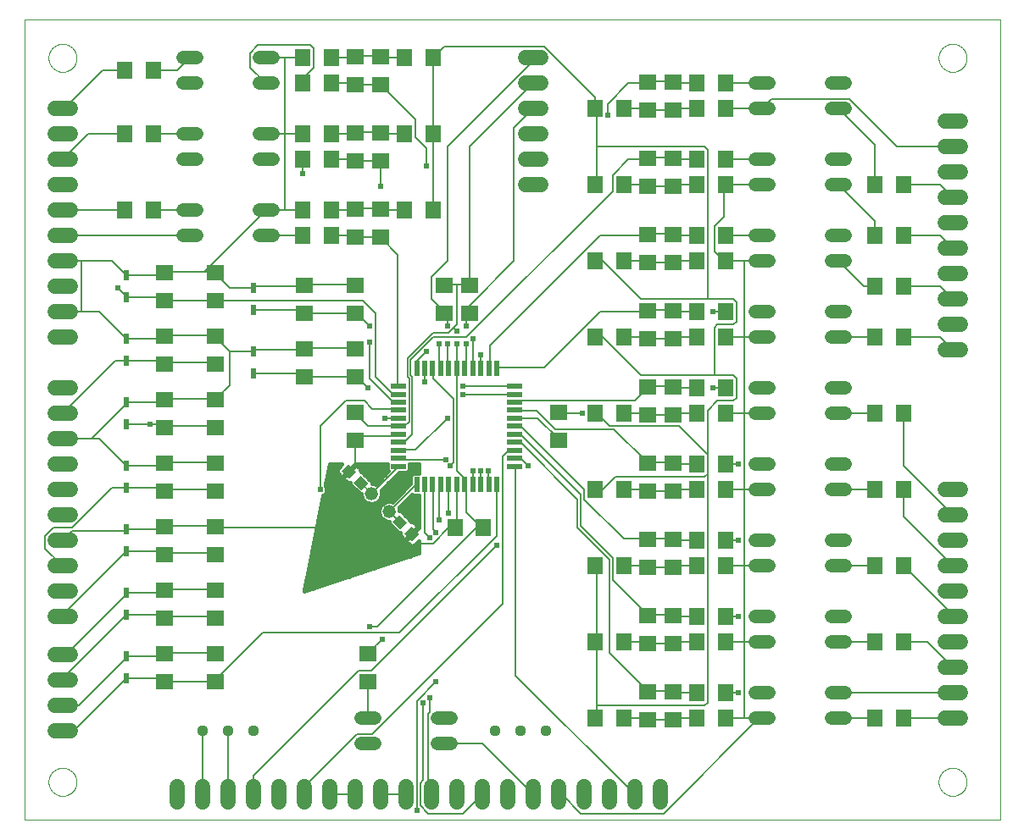
<source format=gtl>
G75*
%MOIN*%
%OFA0B0*%
%FSLAX25Y25*%
%IPPOS*%
%LPD*%
%AMOC8*
5,1,8,0,0,1.08239X$1,22.5*
%
%ADD10C,0.00000*%
%ADD11R,0.05906X0.01969*%
%ADD12R,0.01969X0.05906*%
%ADD13R,0.07087X0.06299*%
%ADD14R,0.06299X0.07087*%
%ADD15R,0.07098X0.06299*%
%ADD16C,0.05200*%
%ADD17R,0.06299X0.07098*%
%ADD18C,0.06000*%
%ADD19C,0.04400*%
%ADD20R,0.02362X0.03937*%
%ADD21C,0.05200*%
%ADD22R,0.04331X0.03937*%
%ADD23C,0.05937*%
%ADD24C,0.00600*%
%ADD25C,0.02400*%
%ADD26C,0.01600*%
D10*
X0008000Y0004500D02*
X0008000Y0319461D01*
X0391701Y0319461D01*
X0391701Y0004500D01*
X0008000Y0004500D01*
X0017488Y0019500D02*
X0017490Y0019648D01*
X0017496Y0019796D01*
X0017506Y0019944D01*
X0017520Y0020091D01*
X0017538Y0020238D01*
X0017559Y0020384D01*
X0017585Y0020530D01*
X0017615Y0020675D01*
X0017648Y0020819D01*
X0017686Y0020962D01*
X0017727Y0021104D01*
X0017772Y0021245D01*
X0017820Y0021385D01*
X0017873Y0021524D01*
X0017929Y0021661D01*
X0017989Y0021796D01*
X0018052Y0021930D01*
X0018119Y0022062D01*
X0018190Y0022192D01*
X0018264Y0022320D01*
X0018341Y0022446D01*
X0018422Y0022570D01*
X0018506Y0022692D01*
X0018593Y0022811D01*
X0018684Y0022928D01*
X0018778Y0023043D01*
X0018874Y0023155D01*
X0018974Y0023265D01*
X0019076Y0023371D01*
X0019182Y0023475D01*
X0019290Y0023576D01*
X0019401Y0023674D01*
X0019514Y0023770D01*
X0019630Y0023862D01*
X0019748Y0023951D01*
X0019869Y0024036D01*
X0019992Y0024119D01*
X0020117Y0024198D01*
X0020244Y0024274D01*
X0020373Y0024346D01*
X0020504Y0024415D01*
X0020637Y0024480D01*
X0020772Y0024541D01*
X0020908Y0024599D01*
X0021045Y0024654D01*
X0021184Y0024704D01*
X0021325Y0024751D01*
X0021466Y0024794D01*
X0021609Y0024834D01*
X0021753Y0024869D01*
X0021897Y0024901D01*
X0022043Y0024928D01*
X0022189Y0024952D01*
X0022336Y0024972D01*
X0022483Y0024988D01*
X0022630Y0025000D01*
X0022778Y0025008D01*
X0022926Y0025012D01*
X0023074Y0025012D01*
X0023222Y0025008D01*
X0023370Y0025000D01*
X0023517Y0024988D01*
X0023664Y0024972D01*
X0023811Y0024952D01*
X0023957Y0024928D01*
X0024103Y0024901D01*
X0024247Y0024869D01*
X0024391Y0024834D01*
X0024534Y0024794D01*
X0024675Y0024751D01*
X0024816Y0024704D01*
X0024955Y0024654D01*
X0025092Y0024599D01*
X0025228Y0024541D01*
X0025363Y0024480D01*
X0025496Y0024415D01*
X0025627Y0024346D01*
X0025756Y0024274D01*
X0025883Y0024198D01*
X0026008Y0024119D01*
X0026131Y0024036D01*
X0026252Y0023951D01*
X0026370Y0023862D01*
X0026486Y0023770D01*
X0026599Y0023674D01*
X0026710Y0023576D01*
X0026818Y0023475D01*
X0026924Y0023371D01*
X0027026Y0023265D01*
X0027126Y0023155D01*
X0027222Y0023043D01*
X0027316Y0022928D01*
X0027407Y0022811D01*
X0027494Y0022692D01*
X0027578Y0022570D01*
X0027659Y0022446D01*
X0027736Y0022320D01*
X0027810Y0022192D01*
X0027881Y0022062D01*
X0027948Y0021930D01*
X0028011Y0021796D01*
X0028071Y0021661D01*
X0028127Y0021524D01*
X0028180Y0021385D01*
X0028228Y0021245D01*
X0028273Y0021104D01*
X0028314Y0020962D01*
X0028352Y0020819D01*
X0028385Y0020675D01*
X0028415Y0020530D01*
X0028441Y0020384D01*
X0028462Y0020238D01*
X0028480Y0020091D01*
X0028494Y0019944D01*
X0028504Y0019796D01*
X0028510Y0019648D01*
X0028512Y0019500D01*
X0028510Y0019352D01*
X0028504Y0019204D01*
X0028494Y0019056D01*
X0028480Y0018909D01*
X0028462Y0018762D01*
X0028441Y0018616D01*
X0028415Y0018470D01*
X0028385Y0018325D01*
X0028352Y0018181D01*
X0028314Y0018038D01*
X0028273Y0017896D01*
X0028228Y0017755D01*
X0028180Y0017615D01*
X0028127Y0017476D01*
X0028071Y0017339D01*
X0028011Y0017204D01*
X0027948Y0017070D01*
X0027881Y0016938D01*
X0027810Y0016808D01*
X0027736Y0016680D01*
X0027659Y0016554D01*
X0027578Y0016430D01*
X0027494Y0016308D01*
X0027407Y0016189D01*
X0027316Y0016072D01*
X0027222Y0015957D01*
X0027126Y0015845D01*
X0027026Y0015735D01*
X0026924Y0015629D01*
X0026818Y0015525D01*
X0026710Y0015424D01*
X0026599Y0015326D01*
X0026486Y0015230D01*
X0026370Y0015138D01*
X0026252Y0015049D01*
X0026131Y0014964D01*
X0026008Y0014881D01*
X0025883Y0014802D01*
X0025756Y0014726D01*
X0025627Y0014654D01*
X0025496Y0014585D01*
X0025363Y0014520D01*
X0025228Y0014459D01*
X0025092Y0014401D01*
X0024955Y0014346D01*
X0024816Y0014296D01*
X0024675Y0014249D01*
X0024534Y0014206D01*
X0024391Y0014166D01*
X0024247Y0014131D01*
X0024103Y0014099D01*
X0023957Y0014072D01*
X0023811Y0014048D01*
X0023664Y0014028D01*
X0023517Y0014012D01*
X0023370Y0014000D01*
X0023222Y0013992D01*
X0023074Y0013988D01*
X0022926Y0013988D01*
X0022778Y0013992D01*
X0022630Y0014000D01*
X0022483Y0014012D01*
X0022336Y0014028D01*
X0022189Y0014048D01*
X0022043Y0014072D01*
X0021897Y0014099D01*
X0021753Y0014131D01*
X0021609Y0014166D01*
X0021466Y0014206D01*
X0021325Y0014249D01*
X0021184Y0014296D01*
X0021045Y0014346D01*
X0020908Y0014401D01*
X0020772Y0014459D01*
X0020637Y0014520D01*
X0020504Y0014585D01*
X0020373Y0014654D01*
X0020244Y0014726D01*
X0020117Y0014802D01*
X0019992Y0014881D01*
X0019869Y0014964D01*
X0019748Y0015049D01*
X0019630Y0015138D01*
X0019514Y0015230D01*
X0019401Y0015326D01*
X0019290Y0015424D01*
X0019182Y0015525D01*
X0019076Y0015629D01*
X0018974Y0015735D01*
X0018874Y0015845D01*
X0018778Y0015957D01*
X0018684Y0016072D01*
X0018593Y0016189D01*
X0018506Y0016308D01*
X0018422Y0016430D01*
X0018341Y0016554D01*
X0018264Y0016680D01*
X0018190Y0016808D01*
X0018119Y0016938D01*
X0018052Y0017070D01*
X0017989Y0017204D01*
X0017929Y0017339D01*
X0017873Y0017476D01*
X0017820Y0017615D01*
X0017772Y0017755D01*
X0017727Y0017896D01*
X0017686Y0018038D01*
X0017648Y0018181D01*
X0017615Y0018325D01*
X0017585Y0018470D01*
X0017559Y0018616D01*
X0017538Y0018762D01*
X0017520Y0018909D01*
X0017506Y0019056D01*
X0017496Y0019204D01*
X0017490Y0019352D01*
X0017488Y0019500D01*
X0017488Y0304500D02*
X0017490Y0304648D01*
X0017496Y0304796D01*
X0017506Y0304944D01*
X0017520Y0305091D01*
X0017538Y0305238D01*
X0017559Y0305384D01*
X0017585Y0305530D01*
X0017615Y0305675D01*
X0017648Y0305819D01*
X0017686Y0305962D01*
X0017727Y0306104D01*
X0017772Y0306245D01*
X0017820Y0306385D01*
X0017873Y0306524D01*
X0017929Y0306661D01*
X0017989Y0306796D01*
X0018052Y0306930D01*
X0018119Y0307062D01*
X0018190Y0307192D01*
X0018264Y0307320D01*
X0018341Y0307446D01*
X0018422Y0307570D01*
X0018506Y0307692D01*
X0018593Y0307811D01*
X0018684Y0307928D01*
X0018778Y0308043D01*
X0018874Y0308155D01*
X0018974Y0308265D01*
X0019076Y0308371D01*
X0019182Y0308475D01*
X0019290Y0308576D01*
X0019401Y0308674D01*
X0019514Y0308770D01*
X0019630Y0308862D01*
X0019748Y0308951D01*
X0019869Y0309036D01*
X0019992Y0309119D01*
X0020117Y0309198D01*
X0020244Y0309274D01*
X0020373Y0309346D01*
X0020504Y0309415D01*
X0020637Y0309480D01*
X0020772Y0309541D01*
X0020908Y0309599D01*
X0021045Y0309654D01*
X0021184Y0309704D01*
X0021325Y0309751D01*
X0021466Y0309794D01*
X0021609Y0309834D01*
X0021753Y0309869D01*
X0021897Y0309901D01*
X0022043Y0309928D01*
X0022189Y0309952D01*
X0022336Y0309972D01*
X0022483Y0309988D01*
X0022630Y0310000D01*
X0022778Y0310008D01*
X0022926Y0310012D01*
X0023074Y0310012D01*
X0023222Y0310008D01*
X0023370Y0310000D01*
X0023517Y0309988D01*
X0023664Y0309972D01*
X0023811Y0309952D01*
X0023957Y0309928D01*
X0024103Y0309901D01*
X0024247Y0309869D01*
X0024391Y0309834D01*
X0024534Y0309794D01*
X0024675Y0309751D01*
X0024816Y0309704D01*
X0024955Y0309654D01*
X0025092Y0309599D01*
X0025228Y0309541D01*
X0025363Y0309480D01*
X0025496Y0309415D01*
X0025627Y0309346D01*
X0025756Y0309274D01*
X0025883Y0309198D01*
X0026008Y0309119D01*
X0026131Y0309036D01*
X0026252Y0308951D01*
X0026370Y0308862D01*
X0026486Y0308770D01*
X0026599Y0308674D01*
X0026710Y0308576D01*
X0026818Y0308475D01*
X0026924Y0308371D01*
X0027026Y0308265D01*
X0027126Y0308155D01*
X0027222Y0308043D01*
X0027316Y0307928D01*
X0027407Y0307811D01*
X0027494Y0307692D01*
X0027578Y0307570D01*
X0027659Y0307446D01*
X0027736Y0307320D01*
X0027810Y0307192D01*
X0027881Y0307062D01*
X0027948Y0306930D01*
X0028011Y0306796D01*
X0028071Y0306661D01*
X0028127Y0306524D01*
X0028180Y0306385D01*
X0028228Y0306245D01*
X0028273Y0306104D01*
X0028314Y0305962D01*
X0028352Y0305819D01*
X0028385Y0305675D01*
X0028415Y0305530D01*
X0028441Y0305384D01*
X0028462Y0305238D01*
X0028480Y0305091D01*
X0028494Y0304944D01*
X0028504Y0304796D01*
X0028510Y0304648D01*
X0028512Y0304500D01*
X0028510Y0304352D01*
X0028504Y0304204D01*
X0028494Y0304056D01*
X0028480Y0303909D01*
X0028462Y0303762D01*
X0028441Y0303616D01*
X0028415Y0303470D01*
X0028385Y0303325D01*
X0028352Y0303181D01*
X0028314Y0303038D01*
X0028273Y0302896D01*
X0028228Y0302755D01*
X0028180Y0302615D01*
X0028127Y0302476D01*
X0028071Y0302339D01*
X0028011Y0302204D01*
X0027948Y0302070D01*
X0027881Y0301938D01*
X0027810Y0301808D01*
X0027736Y0301680D01*
X0027659Y0301554D01*
X0027578Y0301430D01*
X0027494Y0301308D01*
X0027407Y0301189D01*
X0027316Y0301072D01*
X0027222Y0300957D01*
X0027126Y0300845D01*
X0027026Y0300735D01*
X0026924Y0300629D01*
X0026818Y0300525D01*
X0026710Y0300424D01*
X0026599Y0300326D01*
X0026486Y0300230D01*
X0026370Y0300138D01*
X0026252Y0300049D01*
X0026131Y0299964D01*
X0026008Y0299881D01*
X0025883Y0299802D01*
X0025756Y0299726D01*
X0025627Y0299654D01*
X0025496Y0299585D01*
X0025363Y0299520D01*
X0025228Y0299459D01*
X0025092Y0299401D01*
X0024955Y0299346D01*
X0024816Y0299296D01*
X0024675Y0299249D01*
X0024534Y0299206D01*
X0024391Y0299166D01*
X0024247Y0299131D01*
X0024103Y0299099D01*
X0023957Y0299072D01*
X0023811Y0299048D01*
X0023664Y0299028D01*
X0023517Y0299012D01*
X0023370Y0299000D01*
X0023222Y0298992D01*
X0023074Y0298988D01*
X0022926Y0298988D01*
X0022778Y0298992D01*
X0022630Y0299000D01*
X0022483Y0299012D01*
X0022336Y0299028D01*
X0022189Y0299048D01*
X0022043Y0299072D01*
X0021897Y0299099D01*
X0021753Y0299131D01*
X0021609Y0299166D01*
X0021466Y0299206D01*
X0021325Y0299249D01*
X0021184Y0299296D01*
X0021045Y0299346D01*
X0020908Y0299401D01*
X0020772Y0299459D01*
X0020637Y0299520D01*
X0020504Y0299585D01*
X0020373Y0299654D01*
X0020244Y0299726D01*
X0020117Y0299802D01*
X0019992Y0299881D01*
X0019869Y0299964D01*
X0019748Y0300049D01*
X0019630Y0300138D01*
X0019514Y0300230D01*
X0019401Y0300326D01*
X0019290Y0300424D01*
X0019182Y0300525D01*
X0019076Y0300629D01*
X0018974Y0300735D01*
X0018874Y0300845D01*
X0018778Y0300957D01*
X0018684Y0301072D01*
X0018593Y0301189D01*
X0018506Y0301308D01*
X0018422Y0301430D01*
X0018341Y0301554D01*
X0018264Y0301680D01*
X0018190Y0301808D01*
X0018119Y0301938D01*
X0018052Y0302070D01*
X0017989Y0302204D01*
X0017929Y0302339D01*
X0017873Y0302476D01*
X0017820Y0302615D01*
X0017772Y0302755D01*
X0017727Y0302896D01*
X0017686Y0303038D01*
X0017648Y0303181D01*
X0017615Y0303325D01*
X0017585Y0303470D01*
X0017559Y0303616D01*
X0017538Y0303762D01*
X0017520Y0303909D01*
X0017506Y0304056D01*
X0017496Y0304204D01*
X0017490Y0304352D01*
X0017488Y0304500D01*
X0367488Y0304500D02*
X0367490Y0304648D01*
X0367496Y0304796D01*
X0367506Y0304944D01*
X0367520Y0305091D01*
X0367538Y0305238D01*
X0367559Y0305384D01*
X0367585Y0305530D01*
X0367615Y0305675D01*
X0367648Y0305819D01*
X0367686Y0305962D01*
X0367727Y0306104D01*
X0367772Y0306245D01*
X0367820Y0306385D01*
X0367873Y0306524D01*
X0367929Y0306661D01*
X0367989Y0306796D01*
X0368052Y0306930D01*
X0368119Y0307062D01*
X0368190Y0307192D01*
X0368264Y0307320D01*
X0368341Y0307446D01*
X0368422Y0307570D01*
X0368506Y0307692D01*
X0368593Y0307811D01*
X0368684Y0307928D01*
X0368778Y0308043D01*
X0368874Y0308155D01*
X0368974Y0308265D01*
X0369076Y0308371D01*
X0369182Y0308475D01*
X0369290Y0308576D01*
X0369401Y0308674D01*
X0369514Y0308770D01*
X0369630Y0308862D01*
X0369748Y0308951D01*
X0369869Y0309036D01*
X0369992Y0309119D01*
X0370117Y0309198D01*
X0370244Y0309274D01*
X0370373Y0309346D01*
X0370504Y0309415D01*
X0370637Y0309480D01*
X0370772Y0309541D01*
X0370908Y0309599D01*
X0371045Y0309654D01*
X0371184Y0309704D01*
X0371325Y0309751D01*
X0371466Y0309794D01*
X0371609Y0309834D01*
X0371753Y0309869D01*
X0371897Y0309901D01*
X0372043Y0309928D01*
X0372189Y0309952D01*
X0372336Y0309972D01*
X0372483Y0309988D01*
X0372630Y0310000D01*
X0372778Y0310008D01*
X0372926Y0310012D01*
X0373074Y0310012D01*
X0373222Y0310008D01*
X0373370Y0310000D01*
X0373517Y0309988D01*
X0373664Y0309972D01*
X0373811Y0309952D01*
X0373957Y0309928D01*
X0374103Y0309901D01*
X0374247Y0309869D01*
X0374391Y0309834D01*
X0374534Y0309794D01*
X0374675Y0309751D01*
X0374816Y0309704D01*
X0374955Y0309654D01*
X0375092Y0309599D01*
X0375228Y0309541D01*
X0375363Y0309480D01*
X0375496Y0309415D01*
X0375627Y0309346D01*
X0375756Y0309274D01*
X0375883Y0309198D01*
X0376008Y0309119D01*
X0376131Y0309036D01*
X0376252Y0308951D01*
X0376370Y0308862D01*
X0376486Y0308770D01*
X0376599Y0308674D01*
X0376710Y0308576D01*
X0376818Y0308475D01*
X0376924Y0308371D01*
X0377026Y0308265D01*
X0377126Y0308155D01*
X0377222Y0308043D01*
X0377316Y0307928D01*
X0377407Y0307811D01*
X0377494Y0307692D01*
X0377578Y0307570D01*
X0377659Y0307446D01*
X0377736Y0307320D01*
X0377810Y0307192D01*
X0377881Y0307062D01*
X0377948Y0306930D01*
X0378011Y0306796D01*
X0378071Y0306661D01*
X0378127Y0306524D01*
X0378180Y0306385D01*
X0378228Y0306245D01*
X0378273Y0306104D01*
X0378314Y0305962D01*
X0378352Y0305819D01*
X0378385Y0305675D01*
X0378415Y0305530D01*
X0378441Y0305384D01*
X0378462Y0305238D01*
X0378480Y0305091D01*
X0378494Y0304944D01*
X0378504Y0304796D01*
X0378510Y0304648D01*
X0378512Y0304500D01*
X0378510Y0304352D01*
X0378504Y0304204D01*
X0378494Y0304056D01*
X0378480Y0303909D01*
X0378462Y0303762D01*
X0378441Y0303616D01*
X0378415Y0303470D01*
X0378385Y0303325D01*
X0378352Y0303181D01*
X0378314Y0303038D01*
X0378273Y0302896D01*
X0378228Y0302755D01*
X0378180Y0302615D01*
X0378127Y0302476D01*
X0378071Y0302339D01*
X0378011Y0302204D01*
X0377948Y0302070D01*
X0377881Y0301938D01*
X0377810Y0301808D01*
X0377736Y0301680D01*
X0377659Y0301554D01*
X0377578Y0301430D01*
X0377494Y0301308D01*
X0377407Y0301189D01*
X0377316Y0301072D01*
X0377222Y0300957D01*
X0377126Y0300845D01*
X0377026Y0300735D01*
X0376924Y0300629D01*
X0376818Y0300525D01*
X0376710Y0300424D01*
X0376599Y0300326D01*
X0376486Y0300230D01*
X0376370Y0300138D01*
X0376252Y0300049D01*
X0376131Y0299964D01*
X0376008Y0299881D01*
X0375883Y0299802D01*
X0375756Y0299726D01*
X0375627Y0299654D01*
X0375496Y0299585D01*
X0375363Y0299520D01*
X0375228Y0299459D01*
X0375092Y0299401D01*
X0374955Y0299346D01*
X0374816Y0299296D01*
X0374675Y0299249D01*
X0374534Y0299206D01*
X0374391Y0299166D01*
X0374247Y0299131D01*
X0374103Y0299099D01*
X0373957Y0299072D01*
X0373811Y0299048D01*
X0373664Y0299028D01*
X0373517Y0299012D01*
X0373370Y0299000D01*
X0373222Y0298992D01*
X0373074Y0298988D01*
X0372926Y0298988D01*
X0372778Y0298992D01*
X0372630Y0299000D01*
X0372483Y0299012D01*
X0372336Y0299028D01*
X0372189Y0299048D01*
X0372043Y0299072D01*
X0371897Y0299099D01*
X0371753Y0299131D01*
X0371609Y0299166D01*
X0371466Y0299206D01*
X0371325Y0299249D01*
X0371184Y0299296D01*
X0371045Y0299346D01*
X0370908Y0299401D01*
X0370772Y0299459D01*
X0370637Y0299520D01*
X0370504Y0299585D01*
X0370373Y0299654D01*
X0370244Y0299726D01*
X0370117Y0299802D01*
X0369992Y0299881D01*
X0369869Y0299964D01*
X0369748Y0300049D01*
X0369630Y0300138D01*
X0369514Y0300230D01*
X0369401Y0300326D01*
X0369290Y0300424D01*
X0369182Y0300525D01*
X0369076Y0300629D01*
X0368974Y0300735D01*
X0368874Y0300845D01*
X0368778Y0300957D01*
X0368684Y0301072D01*
X0368593Y0301189D01*
X0368506Y0301308D01*
X0368422Y0301430D01*
X0368341Y0301554D01*
X0368264Y0301680D01*
X0368190Y0301808D01*
X0368119Y0301938D01*
X0368052Y0302070D01*
X0367989Y0302204D01*
X0367929Y0302339D01*
X0367873Y0302476D01*
X0367820Y0302615D01*
X0367772Y0302755D01*
X0367727Y0302896D01*
X0367686Y0303038D01*
X0367648Y0303181D01*
X0367615Y0303325D01*
X0367585Y0303470D01*
X0367559Y0303616D01*
X0367538Y0303762D01*
X0367520Y0303909D01*
X0367506Y0304056D01*
X0367496Y0304204D01*
X0367490Y0304352D01*
X0367488Y0304500D01*
X0367488Y0019500D02*
X0367490Y0019648D01*
X0367496Y0019796D01*
X0367506Y0019944D01*
X0367520Y0020091D01*
X0367538Y0020238D01*
X0367559Y0020384D01*
X0367585Y0020530D01*
X0367615Y0020675D01*
X0367648Y0020819D01*
X0367686Y0020962D01*
X0367727Y0021104D01*
X0367772Y0021245D01*
X0367820Y0021385D01*
X0367873Y0021524D01*
X0367929Y0021661D01*
X0367989Y0021796D01*
X0368052Y0021930D01*
X0368119Y0022062D01*
X0368190Y0022192D01*
X0368264Y0022320D01*
X0368341Y0022446D01*
X0368422Y0022570D01*
X0368506Y0022692D01*
X0368593Y0022811D01*
X0368684Y0022928D01*
X0368778Y0023043D01*
X0368874Y0023155D01*
X0368974Y0023265D01*
X0369076Y0023371D01*
X0369182Y0023475D01*
X0369290Y0023576D01*
X0369401Y0023674D01*
X0369514Y0023770D01*
X0369630Y0023862D01*
X0369748Y0023951D01*
X0369869Y0024036D01*
X0369992Y0024119D01*
X0370117Y0024198D01*
X0370244Y0024274D01*
X0370373Y0024346D01*
X0370504Y0024415D01*
X0370637Y0024480D01*
X0370772Y0024541D01*
X0370908Y0024599D01*
X0371045Y0024654D01*
X0371184Y0024704D01*
X0371325Y0024751D01*
X0371466Y0024794D01*
X0371609Y0024834D01*
X0371753Y0024869D01*
X0371897Y0024901D01*
X0372043Y0024928D01*
X0372189Y0024952D01*
X0372336Y0024972D01*
X0372483Y0024988D01*
X0372630Y0025000D01*
X0372778Y0025008D01*
X0372926Y0025012D01*
X0373074Y0025012D01*
X0373222Y0025008D01*
X0373370Y0025000D01*
X0373517Y0024988D01*
X0373664Y0024972D01*
X0373811Y0024952D01*
X0373957Y0024928D01*
X0374103Y0024901D01*
X0374247Y0024869D01*
X0374391Y0024834D01*
X0374534Y0024794D01*
X0374675Y0024751D01*
X0374816Y0024704D01*
X0374955Y0024654D01*
X0375092Y0024599D01*
X0375228Y0024541D01*
X0375363Y0024480D01*
X0375496Y0024415D01*
X0375627Y0024346D01*
X0375756Y0024274D01*
X0375883Y0024198D01*
X0376008Y0024119D01*
X0376131Y0024036D01*
X0376252Y0023951D01*
X0376370Y0023862D01*
X0376486Y0023770D01*
X0376599Y0023674D01*
X0376710Y0023576D01*
X0376818Y0023475D01*
X0376924Y0023371D01*
X0377026Y0023265D01*
X0377126Y0023155D01*
X0377222Y0023043D01*
X0377316Y0022928D01*
X0377407Y0022811D01*
X0377494Y0022692D01*
X0377578Y0022570D01*
X0377659Y0022446D01*
X0377736Y0022320D01*
X0377810Y0022192D01*
X0377881Y0022062D01*
X0377948Y0021930D01*
X0378011Y0021796D01*
X0378071Y0021661D01*
X0378127Y0021524D01*
X0378180Y0021385D01*
X0378228Y0021245D01*
X0378273Y0021104D01*
X0378314Y0020962D01*
X0378352Y0020819D01*
X0378385Y0020675D01*
X0378415Y0020530D01*
X0378441Y0020384D01*
X0378462Y0020238D01*
X0378480Y0020091D01*
X0378494Y0019944D01*
X0378504Y0019796D01*
X0378510Y0019648D01*
X0378512Y0019500D01*
X0378510Y0019352D01*
X0378504Y0019204D01*
X0378494Y0019056D01*
X0378480Y0018909D01*
X0378462Y0018762D01*
X0378441Y0018616D01*
X0378415Y0018470D01*
X0378385Y0018325D01*
X0378352Y0018181D01*
X0378314Y0018038D01*
X0378273Y0017896D01*
X0378228Y0017755D01*
X0378180Y0017615D01*
X0378127Y0017476D01*
X0378071Y0017339D01*
X0378011Y0017204D01*
X0377948Y0017070D01*
X0377881Y0016938D01*
X0377810Y0016808D01*
X0377736Y0016680D01*
X0377659Y0016554D01*
X0377578Y0016430D01*
X0377494Y0016308D01*
X0377407Y0016189D01*
X0377316Y0016072D01*
X0377222Y0015957D01*
X0377126Y0015845D01*
X0377026Y0015735D01*
X0376924Y0015629D01*
X0376818Y0015525D01*
X0376710Y0015424D01*
X0376599Y0015326D01*
X0376486Y0015230D01*
X0376370Y0015138D01*
X0376252Y0015049D01*
X0376131Y0014964D01*
X0376008Y0014881D01*
X0375883Y0014802D01*
X0375756Y0014726D01*
X0375627Y0014654D01*
X0375496Y0014585D01*
X0375363Y0014520D01*
X0375228Y0014459D01*
X0375092Y0014401D01*
X0374955Y0014346D01*
X0374816Y0014296D01*
X0374675Y0014249D01*
X0374534Y0014206D01*
X0374391Y0014166D01*
X0374247Y0014131D01*
X0374103Y0014099D01*
X0373957Y0014072D01*
X0373811Y0014048D01*
X0373664Y0014028D01*
X0373517Y0014012D01*
X0373370Y0014000D01*
X0373222Y0013992D01*
X0373074Y0013988D01*
X0372926Y0013988D01*
X0372778Y0013992D01*
X0372630Y0014000D01*
X0372483Y0014012D01*
X0372336Y0014028D01*
X0372189Y0014048D01*
X0372043Y0014072D01*
X0371897Y0014099D01*
X0371753Y0014131D01*
X0371609Y0014166D01*
X0371466Y0014206D01*
X0371325Y0014249D01*
X0371184Y0014296D01*
X0371045Y0014346D01*
X0370908Y0014401D01*
X0370772Y0014459D01*
X0370637Y0014520D01*
X0370504Y0014585D01*
X0370373Y0014654D01*
X0370244Y0014726D01*
X0370117Y0014802D01*
X0369992Y0014881D01*
X0369869Y0014964D01*
X0369748Y0015049D01*
X0369630Y0015138D01*
X0369514Y0015230D01*
X0369401Y0015326D01*
X0369290Y0015424D01*
X0369182Y0015525D01*
X0369076Y0015629D01*
X0368974Y0015735D01*
X0368874Y0015845D01*
X0368778Y0015957D01*
X0368684Y0016072D01*
X0368593Y0016189D01*
X0368506Y0016308D01*
X0368422Y0016430D01*
X0368341Y0016554D01*
X0368264Y0016680D01*
X0368190Y0016808D01*
X0368119Y0016938D01*
X0368052Y0017070D01*
X0367989Y0017204D01*
X0367929Y0017339D01*
X0367873Y0017476D01*
X0367820Y0017615D01*
X0367772Y0017755D01*
X0367727Y0017896D01*
X0367686Y0018038D01*
X0367648Y0018181D01*
X0367615Y0018325D01*
X0367585Y0018470D01*
X0367559Y0018616D01*
X0367538Y0018762D01*
X0367520Y0018909D01*
X0367506Y0019056D01*
X0367496Y0019204D01*
X0367490Y0019352D01*
X0367488Y0019500D01*
D11*
X0200835Y0143752D03*
X0200835Y0146902D03*
X0200835Y0150051D03*
X0200835Y0153201D03*
X0200835Y0156350D03*
X0200835Y0159500D03*
X0200835Y0162650D03*
X0200835Y0165799D03*
X0200835Y0168949D03*
X0200835Y0172098D03*
X0200835Y0175248D03*
X0155165Y0175248D03*
X0155165Y0172098D03*
X0155165Y0168949D03*
X0155165Y0165799D03*
X0155165Y0162650D03*
X0155165Y0159500D03*
X0155165Y0156350D03*
X0155165Y0153201D03*
X0155165Y0150051D03*
X0155165Y0146902D03*
X0155165Y0143752D03*
D12*
X0162252Y0136665D03*
X0165402Y0136665D03*
X0168551Y0136665D03*
X0171701Y0136665D03*
X0174850Y0136665D03*
X0178000Y0136665D03*
X0181150Y0136665D03*
X0184299Y0136665D03*
X0187449Y0136665D03*
X0190598Y0136665D03*
X0193748Y0136665D03*
X0193748Y0182335D03*
X0190598Y0182335D03*
X0187449Y0182335D03*
X0184299Y0182335D03*
X0181150Y0182335D03*
X0178000Y0182335D03*
X0174850Y0182335D03*
X0171701Y0182335D03*
X0168551Y0182335D03*
X0165402Y0182335D03*
X0162252Y0182335D03*
D13*
X0138000Y0178988D03*
X0138000Y0190012D03*
X0138000Y0203988D03*
X0138000Y0215012D03*
X0183000Y0215012D03*
X0183000Y0203988D03*
X0218000Y0165012D03*
X0218000Y0153988D03*
X0138000Y0153988D03*
X0138000Y0165012D03*
X0083000Y0170012D03*
X0083000Y0158988D03*
X0083000Y0145012D03*
X0083000Y0133988D03*
X0083000Y0120012D03*
X0083000Y0108988D03*
X0083000Y0095012D03*
X0083000Y0083988D03*
X0083000Y0070012D03*
X0083000Y0058988D03*
X0083000Y0183988D03*
X0083000Y0195012D03*
X0083000Y0208988D03*
X0083000Y0220012D03*
D14*
X0177488Y0119500D03*
X0188512Y0119500D03*
D15*
X0143000Y0070098D03*
X0143000Y0058902D03*
X0063000Y0058902D03*
X0063000Y0070098D03*
X0063000Y0083902D03*
X0063000Y0095098D03*
X0063000Y0108902D03*
X0063000Y0120098D03*
X0063000Y0133902D03*
X0063000Y0145098D03*
X0063000Y0158902D03*
X0063000Y0170098D03*
X0063000Y0183902D03*
X0063000Y0195098D03*
X0063000Y0208902D03*
X0063000Y0220098D03*
X0118000Y0215098D03*
X0118000Y0203902D03*
X0118000Y0190098D03*
X0118000Y0178902D03*
X0173000Y0203902D03*
X0173000Y0215098D03*
X0148000Y0233902D03*
X0138000Y0233902D03*
X0138000Y0245098D03*
X0148000Y0245098D03*
X0148000Y0263902D03*
X0138000Y0263902D03*
X0138000Y0275098D03*
X0148000Y0275098D03*
X0148000Y0293902D03*
X0138000Y0293902D03*
X0138000Y0305098D03*
X0148000Y0305098D03*
X0253000Y0295098D03*
X0263000Y0295098D03*
X0263000Y0283902D03*
X0253000Y0283902D03*
X0253000Y0265098D03*
X0263000Y0265098D03*
X0263000Y0253902D03*
X0253000Y0253902D03*
X0253000Y0235098D03*
X0263000Y0235098D03*
X0263000Y0223902D03*
X0253000Y0223902D03*
X0253000Y0205098D03*
X0263000Y0205098D03*
X0263000Y0193902D03*
X0253000Y0193902D03*
X0253000Y0175098D03*
X0263000Y0175098D03*
X0263000Y0163902D03*
X0253000Y0163902D03*
X0253000Y0145098D03*
X0263000Y0145098D03*
X0263000Y0133902D03*
X0253000Y0133902D03*
X0253000Y0115098D03*
X0263000Y0115098D03*
X0263000Y0103902D03*
X0253000Y0103902D03*
X0253000Y0085098D03*
X0263000Y0085098D03*
X0263000Y0073902D03*
X0253000Y0073902D03*
X0253000Y0055098D03*
X0263000Y0055098D03*
X0263000Y0043902D03*
X0253000Y0043902D03*
D16*
X0295400Y0044500D02*
X0300600Y0044500D01*
X0300600Y0054500D02*
X0295400Y0054500D01*
X0295400Y0074500D02*
X0300600Y0074500D01*
X0300600Y0084500D02*
X0295400Y0084500D01*
X0295400Y0104500D02*
X0300600Y0104500D01*
X0300600Y0114500D02*
X0295400Y0114500D01*
X0295400Y0134500D02*
X0300600Y0134500D01*
X0300600Y0144500D02*
X0295400Y0144500D01*
X0295400Y0164500D02*
X0300600Y0164500D01*
X0300600Y0174500D02*
X0295400Y0174500D01*
X0295400Y0194500D02*
X0300600Y0194500D01*
X0300600Y0204500D02*
X0295400Y0204500D01*
X0295400Y0224500D02*
X0300600Y0224500D01*
X0300600Y0234500D02*
X0295400Y0234500D01*
X0295400Y0254500D02*
X0300600Y0254500D01*
X0300600Y0264500D02*
X0295400Y0264500D01*
X0295400Y0284500D02*
X0300600Y0284500D01*
X0300600Y0294500D02*
X0295400Y0294500D01*
X0325400Y0294500D02*
X0330600Y0294500D01*
X0330600Y0284500D02*
X0325400Y0284500D01*
X0325400Y0264500D02*
X0330600Y0264500D01*
X0330600Y0254500D02*
X0325400Y0254500D01*
X0325400Y0234500D02*
X0330600Y0234500D01*
X0330600Y0224500D02*
X0325400Y0224500D01*
X0325400Y0204500D02*
X0330600Y0204500D01*
X0330600Y0194500D02*
X0325400Y0194500D01*
X0325400Y0174500D02*
X0330600Y0174500D01*
X0330600Y0164500D02*
X0325400Y0164500D01*
X0325400Y0144500D02*
X0330600Y0144500D01*
X0330600Y0134500D02*
X0325400Y0134500D01*
X0325400Y0114500D02*
X0330600Y0114500D01*
X0330600Y0104500D02*
X0325400Y0104500D01*
X0325400Y0084500D02*
X0330600Y0084500D01*
X0330600Y0074500D02*
X0325400Y0074500D01*
X0325400Y0054500D02*
X0330600Y0054500D01*
X0330600Y0044500D02*
X0325400Y0044500D01*
X0175600Y0044500D02*
X0170400Y0044500D01*
X0170400Y0034500D02*
X0175600Y0034500D01*
X0145600Y0034500D02*
X0140400Y0034500D01*
X0140400Y0044500D02*
X0145600Y0044500D01*
X0105600Y0234500D02*
X0100400Y0234500D01*
X0100400Y0244500D02*
X0105600Y0244500D01*
X0105600Y0264500D02*
X0100400Y0264500D01*
X0100400Y0274500D02*
X0105600Y0274500D01*
X0105600Y0294500D02*
X0100400Y0294500D01*
X0100400Y0304500D02*
X0105600Y0304500D01*
X0075600Y0304500D02*
X0070400Y0304500D01*
X0070400Y0294500D02*
X0075600Y0294500D01*
X0075600Y0274500D02*
X0070400Y0274500D01*
X0070400Y0264500D02*
X0075600Y0264500D01*
X0075600Y0244500D02*
X0070400Y0244500D01*
X0070400Y0234500D02*
X0075600Y0234500D01*
D17*
X0058598Y0244500D03*
X0047402Y0244500D03*
X0047402Y0274500D03*
X0058598Y0274500D03*
X0058598Y0299500D03*
X0047402Y0299500D03*
X0117402Y0294500D03*
X0128598Y0294500D03*
X0128598Y0304500D03*
X0117402Y0304500D03*
X0117402Y0274500D03*
X0117402Y0264500D03*
X0128598Y0264500D03*
X0128598Y0274500D03*
X0157402Y0274500D03*
X0168598Y0274500D03*
X0168598Y0244500D03*
X0157402Y0244500D03*
X0128598Y0244500D03*
X0128598Y0234500D03*
X0117402Y0234500D03*
X0117402Y0244500D03*
X0157402Y0304500D03*
X0168598Y0304500D03*
X0232402Y0284500D03*
X0243598Y0284500D03*
X0272402Y0284500D03*
X0283598Y0284500D03*
X0283598Y0294500D03*
X0272402Y0294500D03*
X0272402Y0264500D03*
X0283598Y0264500D03*
X0283598Y0254500D03*
X0272402Y0254500D03*
X0272402Y0234500D03*
X0283598Y0234500D03*
X0283598Y0224500D03*
X0272402Y0224500D03*
X0272402Y0204500D03*
X0283598Y0204500D03*
X0283598Y0194500D03*
X0272402Y0194500D03*
X0272402Y0174500D03*
X0283598Y0174500D03*
X0283598Y0164500D03*
X0272402Y0164500D03*
X0272402Y0144500D03*
X0283598Y0144500D03*
X0283598Y0134500D03*
X0272402Y0134500D03*
X0272402Y0114500D03*
X0283598Y0114500D03*
X0283598Y0104500D03*
X0272402Y0104500D03*
X0272402Y0084500D03*
X0283598Y0084500D03*
X0283598Y0074500D03*
X0272402Y0074500D03*
X0272402Y0054500D03*
X0283598Y0054500D03*
X0283598Y0044500D03*
X0272402Y0044500D03*
X0243598Y0044500D03*
X0232402Y0044500D03*
X0232402Y0074500D03*
X0243598Y0074500D03*
X0243598Y0104500D03*
X0232402Y0104500D03*
X0232402Y0134500D03*
X0243598Y0134500D03*
X0243598Y0164500D03*
X0232402Y0164500D03*
X0232402Y0194500D03*
X0243598Y0194500D03*
X0243598Y0224500D03*
X0232402Y0224500D03*
X0232402Y0254500D03*
X0243598Y0254500D03*
X0342402Y0254500D03*
X0353598Y0254500D03*
X0353598Y0234500D03*
X0342402Y0234500D03*
X0342402Y0214500D03*
X0353598Y0214500D03*
X0353598Y0194500D03*
X0342402Y0194500D03*
X0342402Y0164500D03*
X0353598Y0164500D03*
X0353598Y0134500D03*
X0342402Y0134500D03*
X0342402Y0104500D03*
X0353598Y0104500D03*
X0353598Y0074500D03*
X0342402Y0074500D03*
X0342402Y0044500D03*
X0353598Y0044500D03*
D18*
X0258000Y0017500D02*
X0258000Y0011500D01*
X0248000Y0011500D02*
X0248000Y0017500D01*
X0238000Y0017500D02*
X0238000Y0011500D01*
X0228000Y0011500D02*
X0228000Y0017500D01*
X0218000Y0017500D02*
X0218000Y0011500D01*
X0208000Y0011500D02*
X0208000Y0017500D01*
X0198000Y0017500D02*
X0198000Y0011500D01*
X0188000Y0011500D02*
X0188000Y0017500D01*
X0178000Y0017500D02*
X0178000Y0011500D01*
X0168000Y0011500D02*
X0168000Y0017500D01*
X0158000Y0017500D02*
X0158000Y0011500D01*
X0148000Y0011500D02*
X0148000Y0017500D01*
X0138000Y0017500D02*
X0138000Y0011500D01*
X0128000Y0011500D02*
X0128000Y0017500D01*
X0118000Y0017500D02*
X0118000Y0011500D01*
X0108000Y0011500D02*
X0108000Y0017500D01*
X0098000Y0017500D02*
X0098000Y0011500D01*
X0088000Y0011500D02*
X0088000Y0017500D01*
X0078000Y0017500D02*
X0078000Y0011500D01*
X0068000Y0011500D02*
X0068000Y0017500D01*
X0205000Y0254500D02*
X0211000Y0254500D01*
X0211000Y0264500D02*
X0205000Y0264500D01*
X0205000Y0274500D02*
X0211000Y0274500D01*
X0211000Y0284500D02*
X0205000Y0284500D01*
X0205000Y0294500D02*
X0211000Y0294500D01*
X0211000Y0304500D02*
X0205000Y0304500D01*
D19*
X0203000Y0039500D03*
X0193000Y0039500D03*
X0213000Y0039500D03*
X0098000Y0039500D03*
X0088000Y0039500D03*
X0078000Y0039500D03*
D20*
X0048000Y0060169D03*
X0048000Y0068831D03*
X0048000Y0085169D03*
X0048000Y0093831D03*
X0048000Y0110169D03*
X0048000Y0118831D03*
X0048000Y0135169D03*
X0048000Y0143831D03*
X0048000Y0160169D03*
X0048000Y0168831D03*
X0048000Y0185169D03*
X0048000Y0193831D03*
X0048000Y0210169D03*
X0048000Y0218831D03*
X0098000Y0213831D03*
X0098000Y0205169D03*
X0098000Y0188831D03*
X0098000Y0180169D03*
D21*
X0144464Y0133036D03*
X0151536Y0125964D03*
D22*
G36*
X0155495Y0124788D02*
X0158556Y0121727D01*
X0155773Y0118944D01*
X0152712Y0122005D01*
X0155495Y0124788D01*
G37*
G36*
X0160227Y0120056D02*
X0163288Y0116995D01*
X0160505Y0114212D01*
X0157444Y0117273D01*
X0160227Y0120056D01*
G37*
G36*
X0140505Y0134212D02*
X0137444Y0137273D01*
X0140227Y0140056D01*
X0143288Y0136995D01*
X0140505Y0134212D01*
G37*
G36*
X0135773Y0138944D02*
X0132712Y0142005D01*
X0135495Y0144788D01*
X0138556Y0141727D01*
X0135773Y0138944D01*
G37*
D23*
X0025969Y0134500D02*
X0020031Y0134500D01*
X0020031Y0124500D02*
X0025969Y0124500D01*
X0025969Y0114500D02*
X0020031Y0114500D01*
X0020031Y0104500D02*
X0025969Y0104500D01*
X0025969Y0094500D02*
X0020031Y0094500D01*
X0020031Y0084500D02*
X0025969Y0084500D01*
X0025969Y0069500D02*
X0020031Y0069500D01*
X0020031Y0059500D02*
X0025969Y0059500D01*
X0025969Y0049500D02*
X0020031Y0049500D01*
X0020031Y0039500D02*
X0025969Y0039500D01*
X0025969Y0144500D02*
X0020031Y0144500D01*
X0020031Y0154500D02*
X0025969Y0154500D01*
X0025969Y0164500D02*
X0020031Y0164500D01*
X0020031Y0174500D02*
X0025969Y0174500D01*
X0025969Y0194500D02*
X0020031Y0194500D01*
X0020031Y0204500D02*
X0025969Y0204500D01*
X0025969Y0214500D02*
X0020031Y0214500D01*
X0020031Y0224500D02*
X0025969Y0224500D01*
X0025969Y0234500D02*
X0020031Y0234500D01*
X0020031Y0244500D02*
X0025969Y0244500D01*
X0025969Y0254500D02*
X0020031Y0254500D01*
X0020031Y0264500D02*
X0025969Y0264500D01*
X0025969Y0274500D02*
X0020031Y0274500D01*
X0020031Y0284500D02*
X0025969Y0284500D01*
X0370031Y0279500D02*
X0375969Y0279500D01*
X0375969Y0269500D02*
X0370031Y0269500D01*
X0370031Y0259500D02*
X0375969Y0259500D01*
X0375969Y0249500D02*
X0370031Y0249500D01*
X0370031Y0239500D02*
X0375969Y0239500D01*
X0375969Y0229500D02*
X0370031Y0229500D01*
X0370031Y0219500D02*
X0375969Y0219500D01*
X0375969Y0209500D02*
X0370031Y0209500D01*
X0370031Y0199500D02*
X0375969Y0199500D01*
X0375969Y0189500D02*
X0370031Y0189500D01*
X0370031Y0134500D02*
X0375969Y0134500D01*
X0375969Y0124500D02*
X0370031Y0124500D01*
X0370031Y0114500D02*
X0375969Y0114500D01*
X0375969Y0104500D02*
X0370031Y0104500D01*
X0370031Y0094500D02*
X0375969Y0094500D01*
X0375969Y0084500D02*
X0370031Y0084500D01*
X0370031Y0074500D02*
X0375969Y0074500D01*
X0375969Y0064500D02*
X0370031Y0064500D01*
X0370031Y0054500D02*
X0375969Y0054500D01*
X0375969Y0044500D02*
X0370031Y0044500D01*
D24*
X0373000Y0044500D02*
X0353598Y0044500D01*
X0342402Y0044500D02*
X0328000Y0044500D01*
X0328000Y0054500D02*
X0373000Y0054500D01*
X0373000Y0064500D02*
X0363000Y0074500D01*
X0353598Y0074500D01*
X0342402Y0074500D02*
X0328000Y0074500D01*
X0298000Y0074500D02*
X0291125Y0074500D01*
X0291125Y0104500D01*
X0291125Y0134500D01*
X0291125Y0164500D01*
X0291125Y0194500D01*
X0291125Y0224500D01*
X0283598Y0224500D01*
X0283000Y0224500D01*
X0279250Y0228250D01*
X0279250Y0238250D01*
X0283000Y0242000D01*
X0283000Y0254500D01*
X0283598Y0254500D01*
X0298000Y0254500D01*
X0298000Y0264500D02*
X0283598Y0264500D01*
X0276750Y0268250D02*
X0276750Y0209500D01*
X0250500Y0209500D01*
X0235500Y0224500D01*
X0232402Y0224500D01*
X0234250Y0234500D02*
X0253000Y0234500D01*
X0253000Y0235098D01*
X0253000Y0235125D01*
X0263000Y0235125D01*
X0263000Y0235098D01*
X0263000Y0234500D01*
X0272402Y0234500D01*
X0283598Y0234500D02*
X0298000Y0234500D01*
X0298000Y0224500D02*
X0291125Y0224500D01*
X0272402Y0224500D02*
X0263000Y0224500D01*
X0263000Y0223902D01*
X0263000Y0223875D01*
X0253000Y0223875D01*
X0253000Y0223902D01*
X0253000Y0224500D01*
X0243598Y0224500D01*
X0234250Y0234500D02*
X0191125Y0191375D01*
X0191125Y0182625D01*
X0190598Y0182335D01*
X0187449Y0182335D02*
X0187375Y0182625D01*
X0187375Y0187625D01*
X0181750Y0192000D02*
X0181750Y0182625D01*
X0181150Y0182335D01*
X0184250Y0182625D02*
X0184299Y0182335D01*
X0184250Y0182625D02*
X0184250Y0193875D01*
X0181750Y0194500D02*
X0239250Y0252000D01*
X0239250Y0258250D01*
X0245500Y0264500D01*
X0253000Y0264500D01*
X0253000Y0265098D01*
X0253000Y0265125D01*
X0263000Y0265125D01*
X0263000Y0265098D01*
X0263000Y0264500D01*
X0272402Y0264500D01*
X0276750Y0268250D02*
X0275500Y0269500D01*
X0233000Y0269500D01*
X0233000Y0254500D01*
X0232402Y0254500D01*
X0243598Y0254500D02*
X0253000Y0254500D01*
X0253000Y0253902D01*
X0253000Y0253875D01*
X0263000Y0253875D01*
X0263000Y0253902D01*
X0263000Y0254500D01*
X0272402Y0254500D01*
X0272402Y0284500D02*
X0263000Y0284500D01*
X0263000Y0283902D01*
X0263000Y0283875D01*
X0253000Y0283875D01*
X0253000Y0283902D01*
X0253000Y0284500D01*
X0243598Y0284500D01*
X0237375Y0286375D02*
X0237375Y0282000D01*
X0233000Y0284500D02*
X0232402Y0284500D01*
X0232375Y0284500D01*
X0232375Y0288875D01*
X0212375Y0308875D01*
X0173000Y0308875D01*
X0168625Y0304500D01*
X0168598Y0304500D01*
X0168625Y0304500D02*
X0168625Y0274500D01*
X0168598Y0274500D01*
X0168625Y0274500D02*
X0168625Y0244500D01*
X0168598Y0244500D01*
X0157402Y0244500D02*
X0148000Y0244500D01*
X0148000Y0245098D01*
X0148000Y0245125D01*
X0138000Y0245125D01*
X0138000Y0245098D01*
X0138000Y0244500D01*
X0128598Y0244500D01*
X0128598Y0234500D02*
X0138000Y0234500D01*
X0138000Y0233902D01*
X0138000Y0233875D01*
X0148000Y0233875D01*
X0148000Y0233902D01*
X0148000Y0233875D02*
X0154875Y0227000D01*
X0154875Y0175750D01*
X0155165Y0175248D01*
X0154875Y0172625D02*
X0152375Y0172625D01*
X0146125Y0178875D01*
X0146125Y0203875D01*
X0141125Y0208875D01*
X0083000Y0208875D01*
X0083000Y0208988D01*
X0083000Y0208875D02*
X0063000Y0208875D01*
X0063000Y0208902D01*
X0063000Y0209500D01*
X0062375Y0210125D01*
X0048000Y0210125D01*
X0048000Y0210169D01*
X0048000Y0210750D01*
X0044875Y0213875D01*
X0048000Y0218831D02*
X0048000Y0218875D01*
X0042375Y0224500D01*
X0030500Y0224500D01*
X0030500Y0204500D01*
X0023000Y0204500D01*
X0030500Y0204500D02*
X0037375Y0204500D01*
X0048000Y0193875D01*
X0048000Y0193831D01*
X0048000Y0193875D02*
X0062375Y0193875D01*
X0063000Y0194500D01*
X0063000Y0195098D01*
X0063000Y0195125D01*
X0083000Y0195125D01*
X0083000Y0195012D01*
X0083000Y0194500D01*
X0088625Y0188875D01*
X0088625Y0175750D01*
X0083000Y0170125D01*
X0083000Y0170012D01*
X0083000Y0170125D02*
X0063000Y0170125D01*
X0063000Y0170098D01*
X0063000Y0169500D01*
X0062375Y0168875D01*
X0048000Y0168875D01*
X0048000Y0168831D01*
X0048000Y0168250D01*
X0034250Y0154500D01*
X0023000Y0154500D01*
X0023000Y0164500D02*
X0043625Y0185125D01*
X0048000Y0185125D01*
X0048000Y0185169D01*
X0048000Y0185125D02*
X0062375Y0185125D01*
X0063000Y0184500D01*
X0063000Y0183902D01*
X0063000Y0184500D02*
X0083000Y0184500D01*
X0083000Y0183988D01*
X0088625Y0188875D02*
X0098000Y0188875D01*
X0098000Y0188831D01*
X0098000Y0188875D02*
X0098625Y0189500D01*
X0118000Y0189500D01*
X0118000Y0190098D01*
X0118000Y0190125D01*
X0138000Y0190125D01*
X0138000Y0190012D01*
X0143625Y0192625D02*
X0143625Y0178250D01*
X0152375Y0169500D01*
X0154875Y0169500D01*
X0155165Y0168949D01*
X0154875Y0166375D02*
X0155165Y0165799D01*
X0154875Y0166375D02*
X0144875Y0166375D01*
X0141750Y0169500D01*
X0134250Y0169500D01*
X0124250Y0159500D01*
X0124250Y0134500D01*
X0122375Y0119500D02*
X0122976Y0119380D01*
X0122375Y0119500D02*
X0083000Y0119500D01*
X0083000Y0120012D01*
X0083000Y0120125D01*
X0063000Y0120125D01*
X0063000Y0120098D01*
X0063000Y0119500D01*
X0062375Y0118875D01*
X0048000Y0118875D01*
X0048000Y0118831D01*
X0048000Y0118250D01*
X0026750Y0118250D01*
X0023000Y0114500D01*
X0019250Y0119500D02*
X0016125Y0116375D01*
X0016125Y0111375D01*
X0023000Y0104500D01*
X0019250Y0119500D02*
X0026750Y0119500D01*
X0042375Y0135125D01*
X0048000Y0135125D01*
X0048000Y0135169D01*
X0048000Y0135125D02*
X0062375Y0135125D01*
X0063000Y0134500D01*
X0063000Y0133902D01*
X0063000Y0134500D02*
X0083000Y0134500D01*
X0083000Y0133988D01*
X0083000Y0145012D02*
X0083000Y0145125D01*
X0063000Y0145125D01*
X0063000Y0145098D01*
X0063000Y0144500D01*
X0062375Y0143875D01*
X0048000Y0143875D01*
X0048000Y0143831D01*
X0048000Y0143875D02*
X0037375Y0154500D01*
X0034250Y0154500D01*
X0048000Y0160125D02*
X0048000Y0160169D01*
X0048000Y0160125D02*
X0057375Y0160125D01*
X0062375Y0160125D01*
X0063000Y0159500D01*
X0063000Y0158902D01*
X0063000Y0159500D02*
X0083000Y0159500D01*
X0083000Y0158988D01*
X0098000Y0180125D02*
X0098000Y0180169D01*
X0098000Y0180125D02*
X0117375Y0180125D01*
X0118000Y0179500D01*
X0118000Y0178902D01*
X0118000Y0178875D01*
X0138000Y0178875D01*
X0138000Y0178988D01*
X0138000Y0179500D01*
X0143000Y0174500D01*
X0138000Y0165012D02*
X0138000Y0164500D01*
X0143000Y0159500D01*
X0155165Y0159500D01*
X0157375Y0159500D01*
X0159250Y0161375D01*
X0159250Y0178250D01*
X0158625Y0178875D01*
X0158625Y0186375D01*
X0168625Y0196375D01*
X0174875Y0196375D01*
X0176750Y0198250D01*
X0178000Y0197000D01*
X0176750Y0198250D02*
X0178000Y0199500D01*
X0178000Y0215125D01*
X0183000Y0215125D01*
X0183000Y0215012D01*
X0183000Y0215125D02*
X0183000Y0269500D01*
X0208000Y0294500D01*
X0208000Y0303250D02*
X0174250Y0269500D01*
X0174250Y0224500D01*
X0168000Y0218250D01*
X0168000Y0209500D01*
X0173000Y0204500D01*
X0173000Y0203902D01*
X0173000Y0203875D01*
X0174250Y0202625D01*
X0174250Y0198875D01*
X0168625Y0194500D02*
X0181750Y0194500D01*
X0178000Y0192000D02*
X0178000Y0182335D01*
X0178000Y0142000D01*
X0181125Y0138875D01*
X0181125Y0137000D01*
X0181150Y0136665D01*
X0181750Y0136375D01*
X0181750Y0125750D01*
X0186750Y0120750D01*
X0188512Y0119500D01*
X0188000Y0119500D01*
X0186750Y0120750D01*
X0146750Y0080750D01*
X0143625Y0080750D01*
X0148625Y0075750D02*
X0143000Y0070125D01*
X0143000Y0070098D01*
X0144250Y0063250D02*
X0139250Y0063250D01*
X0098000Y0022000D01*
X0098000Y0014500D01*
X0088000Y0014500D02*
X0088000Y0039500D01*
X0078000Y0039500D02*
X0078000Y0014500D01*
X0118000Y0014500D02*
X0118000Y0017625D01*
X0138625Y0038250D01*
X0144875Y0038250D01*
X0196125Y0089500D01*
X0196125Y0147625D01*
X0198000Y0149500D01*
X0200500Y0149500D01*
X0200835Y0150051D01*
X0201125Y0152625D02*
X0200835Y0153201D01*
X0201125Y0152625D02*
X0203625Y0152625D01*
X0225500Y0130750D01*
X0225500Y0119500D01*
X0238000Y0107000D01*
X0238000Y0070125D01*
X0253000Y0055125D01*
X0253000Y0055098D01*
X0253000Y0055125D02*
X0263000Y0055125D01*
X0263000Y0055098D01*
X0263000Y0054500D01*
X0272402Y0054500D01*
X0276750Y0050750D02*
X0275500Y0049500D01*
X0233000Y0049500D01*
X0233000Y0044500D01*
X0232402Y0044500D01*
X0233000Y0049500D02*
X0233000Y0074500D01*
X0232402Y0074500D01*
X0233000Y0074500D02*
X0233000Y0104500D01*
X0232402Y0104500D01*
X0239250Y0107625D02*
X0239250Y0098875D01*
X0253000Y0085125D01*
X0253000Y0085098D01*
X0253000Y0085125D02*
X0263000Y0085125D01*
X0263000Y0085098D01*
X0263000Y0084500D01*
X0272402Y0084500D01*
X0283598Y0084500D02*
X0288625Y0084500D01*
X0291125Y0074500D02*
X0283598Y0074500D01*
X0291125Y0074500D02*
X0291125Y0044500D01*
X0283598Y0044500D01*
X0291125Y0044500D02*
X0296750Y0044500D01*
X0298000Y0044500D01*
X0296750Y0044500D02*
X0259250Y0007000D01*
X0226750Y0007000D01*
X0219250Y0014500D01*
X0218000Y0014500D01*
X0208000Y0014500D02*
X0188000Y0034500D01*
X0173000Y0034500D01*
X0166750Y0046375D02*
X0166750Y0015750D01*
X0168000Y0014500D01*
X0163625Y0010125D02*
X0166750Y0007000D01*
X0180500Y0007000D01*
X0188000Y0014500D01*
X0164875Y0020125D02*
X0163625Y0018875D01*
X0163625Y0010125D01*
X0162375Y0008250D02*
X0162375Y0051375D01*
X0169875Y0058875D01*
X0167375Y0052625D02*
X0167375Y0047000D01*
X0166750Y0046375D01*
X0164875Y0050750D02*
X0164875Y0020125D01*
X0158000Y0014500D02*
X0148000Y0014500D01*
X0138000Y0014500D02*
X0128000Y0014500D01*
X0143000Y0044500D02*
X0143000Y0058902D01*
X0144250Y0063250D02*
X0193625Y0112625D01*
X0193625Y0116375D02*
X0155500Y0078250D01*
X0101750Y0078250D01*
X0083000Y0059500D01*
X0083000Y0058988D01*
X0083000Y0058875D01*
X0063000Y0058875D01*
X0063000Y0058902D01*
X0063000Y0059500D01*
X0062375Y0060125D01*
X0048000Y0060125D01*
X0048000Y0060169D01*
X0048000Y0060125D02*
X0027375Y0039500D01*
X0023000Y0039500D01*
X0023000Y0049500D02*
X0029250Y0049500D01*
X0048000Y0068250D01*
X0048000Y0068831D01*
X0048000Y0068875D01*
X0062375Y0068875D01*
X0063000Y0069500D01*
X0063000Y0070098D01*
X0063000Y0070125D01*
X0083000Y0070125D01*
X0083000Y0070012D01*
X0083000Y0083988D02*
X0083000Y0084500D01*
X0063000Y0084500D01*
X0063000Y0083902D01*
X0063000Y0084500D02*
X0062375Y0085125D01*
X0048000Y0085125D01*
X0048000Y0085169D01*
X0048000Y0085125D02*
X0023000Y0060125D01*
X0023000Y0059500D01*
X0023000Y0069500D02*
X0024250Y0069500D01*
X0048000Y0093250D01*
X0048000Y0093831D01*
X0048000Y0093875D01*
X0062375Y0093875D01*
X0063000Y0094500D01*
X0063000Y0095098D01*
X0063000Y0095125D01*
X0083000Y0095125D01*
X0083000Y0095012D01*
X0083000Y0108988D02*
X0083000Y0109500D01*
X0063000Y0109500D01*
X0063000Y0108902D01*
X0063000Y0109500D02*
X0062375Y0110125D01*
X0048000Y0110125D01*
X0048000Y0110169D01*
X0048000Y0110125D02*
X0023000Y0085125D01*
X0023000Y0084500D01*
X0138007Y0144500D02*
X0138000Y0145125D01*
X0138000Y0153988D01*
X0138000Y0154500D01*
X0139250Y0155750D01*
X0154875Y0155750D01*
X0155165Y0156350D01*
X0155500Y0153250D02*
X0155165Y0153201D01*
X0155500Y0153250D02*
X0157375Y0153250D01*
X0160500Y0156375D01*
X0160500Y0178875D01*
X0159875Y0179500D01*
X0159875Y0185750D01*
X0168625Y0194500D01*
X0171125Y0192000D02*
X0171125Y0182625D01*
X0171701Y0182335D01*
X0174250Y0182625D02*
X0174850Y0182335D01*
X0174250Y0182625D02*
X0174250Y0192000D01*
X0166125Y0188875D02*
X0162375Y0185125D01*
X0162375Y0182625D01*
X0162252Y0182335D01*
X0165402Y0182335D02*
X0165500Y0182000D01*
X0165500Y0177000D01*
X0168625Y0178250D02*
X0168625Y0182000D01*
X0168551Y0182335D01*
X0168625Y0178250D02*
X0176750Y0170125D01*
X0176750Y0145125D01*
X0175500Y0143875D01*
X0173625Y0146375D02*
X0155500Y0146375D01*
X0155165Y0146902D01*
X0155165Y0150051D02*
X0155500Y0150125D01*
X0161750Y0150125D01*
X0174250Y0162625D01*
X0180500Y0172000D02*
X0200500Y0172000D01*
X0200835Y0172098D01*
X0201125Y0169500D02*
X0200835Y0168949D01*
X0201125Y0169500D02*
X0248000Y0169500D01*
X0253000Y0174500D01*
X0253000Y0175098D01*
X0253000Y0175125D01*
X0263000Y0175125D01*
X0263000Y0175098D01*
X0263000Y0174500D01*
X0272402Y0174500D01*
X0278625Y0174500D02*
X0283598Y0174500D01*
X0288000Y0170750D02*
X0286750Y0169500D01*
X0280500Y0169500D01*
X0276750Y0165750D01*
X0276750Y0148250D01*
X0265500Y0159500D01*
X0238000Y0159500D01*
X0233000Y0164500D01*
X0232402Y0164500D01*
X0227375Y0164500D02*
X0218000Y0164500D01*
X0218000Y0165012D01*
X0216750Y0158250D02*
X0239875Y0158250D01*
X0253000Y0145125D01*
X0253000Y0145098D01*
X0253000Y0145125D02*
X0263000Y0145125D01*
X0263000Y0145098D01*
X0263000Y0144500D01*
X0272402Y0144500D01*
X0276750Y0148250D02*
X0276750Y0140750D01*
X0276750Y0050750D01*
X0272402Y0044500D02*
X0263000Y0044500D01*
X0263000Y0043902D01*
X0263000Y0043875D01*
X0253000Y0043875D01*
X0253000Y0043902D01*
X0253000Y0044500D01*
X0243598Y0044500D01*
X0248000Y0014500D02*
X0201125Y0061375D01*
X0201125Y0143250D01*
X0200835Y0143752D01*
X0201125Y0146375D02*
X0200835Y0146902D01*
X0201125Y0146375D02*
X0203625Y0146375D01*
X0206125Y0143875D01*
X0193748Y0136665D02*
X0193625Y0136375D01*
X0193625Y0116375D01*
X0178000Y0119500D02*
X0177488Y0119500D01*
X0174875Y0119500D01*
X0168625Y0113250D01*
X0163000Y0113250D01*
X0167375Y0115750D02*
X0165500Y0117625D01*
X0165500Y0136375D01*
X0165402Y0136665D01*
X0168551Y0136665D02*
X0168625Y0136375D01*
X0168625Y0118875D01*
X0169875Y0117625D01*
X0171125Y0122625D02*
X0171125Y0136375D01*
X0171701Y0136665D01*
X0174850Y0136665D02*
X0174875Y0136375D01*
X0174875Y0125125D01*
X0178000Y0119500D02*
X0178000Y0136665D01*
X0184250Y0137000D02*
X0184299Y0136665D01*
X0184250Y0137000D02*
X0184250Y0142000D01*
X0187375Y0142000D02*
X0187375Y0137000D01*
X0187449Y0136665D01*
X0190500Y0137000D02*
X0190598Y0136665D01*
X0190500Y0137000D02*
X0190500Y0142000D01*
X0201125Y0155750D02*
X0200835Y0156350D01*
X0201125Y0155750D02*
X0203625Y0155750D01*
X0226750Y0132625D01*
X0226750Y0120125D01*
X0239250Y0107625D01*
X0243598Y0104500D02*
X0253000Y0104500D01*
X0253000Y0103902D01*
X0253000Y0103875D01*
X0263000Y0103875D01*
X0263000Y0103902D01*
X0263000Y0104500D01*
X0272402Y0104500D01*
X0283598Y0104500D02*
X0291125Y0104500D01*
X0298000Y0104500D01*
X0288625Y0114500D02*
X0283598Y0114500D01*
X0272402Y0114500D02*
X0263000Y0114500D01*
X0263000Y0115098D01*
X0263000Y0115125D01*
X0253000Y0115125D01*
X0253000Y0115098D01*
X0253000Y0115125D02*
X0243625Y0115125D01*
X0228000Y0130750D01*
X0228000Y0134500D01*
X0203000Y0159500D01*
X0200835Y0159500D01*
X0201125Y0162625D02*
X0200835Y0162650D01*
X0201125Y0162625D02*
X0209875Y0162625D01*
X0218000Y0154500D01*
X0218000Y0153988D01*
X0216750Y0158250D02*
X0209250Y0165750D01*
X0201125Y0165750D01*
X0200835Y0165799D01*
X0200500Y0175125D02*
X0200835Y0175248D01*
X0200500Y0175125D02*
X0180500Y0175125D01*
X0193748Y0182335D02*
X0194250Y0182625D01*
X0212375Y0182625D01*
X0234250Y0204500D01*
X0253000Y0204500D01*
X0253000Y0205098D01*
X0253000Y0205125D01*
X0263000Y0205125D01*
X0263000Y0205098D01*
X0263000Y0204500D01*
X0272402Y0204500D01*
X0278625Y0204500D02*
X0283598Y0204500D01*
X0288000Y0200750D02*
X0286750Y0199500D01*
X0280500Y0199500D01*
X0279250Y0198250D01*
X0279250Y0179500D01*
X0250500Y0179500D01*
X0235500Y0194500D01*
X0232402Y0194500D01*
X0243598Y0194500D02*
X0253000Y0194500D01*
X0253000Y0193902D01*
X0253000Y0193875D01*
X0263000Y0193875D01*
X0263000Y0193902D01*
X0263000Y0194500D01*
X0272402Y0194500D01*
X0283598Y0194500D02*
X0291125Y0194500D01*
X0298000Y0194500D01*
X0288000Y0200750D02*
X0288000Y0208250D01*
X0286750Y0209500D01*
X0276750Y0209500D01*
X0279250Y0179500D02*
X0286750Y0179500D01*
X0288000Y0178250D01*
X0288000Y0170750D01*
X0291125Y0164500D02*
X0283598Y0164500D01*
X0291125Y0164500D02*
X0298000Y0164500D01*
X0288625Y0144500D02*
X0283598Y0144500D01*
X0276750Y0140750D02*
X0275500Y0139500D01*
X0240500Y0139500D01*
X0235500Y0134500D01*
X0232402Y0134500D01*
X0243598Y0134500D02*
X0253000Y0134500D01*
X0253000Y0133902D01*
X0253000Y0133875D01*
X0263000Y0133875D01*
X0263000Y0133902D01*
X0263000Y0134500D01*
X0272402Y0134500D01*
X0283598Y0134500D02*
X0291125Y0134500D01*
X0298000Y0134500D01*
X0328000Y0134500D02*
X0342402Y0134500D01*
X0353598Y0134500D02*
X0353625Y0134500D01*
X0353625Y0123875D01*
X0373000Y0104500D01*
X0353625Y0104500D02*
X0353598Y0104500D01*
X0353625Y0104500D02*
X0373000Y0085125D01*
X0373000Y0084500D01*
X0342402Y0104500D02*
X0328000Y0104500D01*
X0353625Y0143875D02*
X0373000Y0124500D01*
X0353625Y0143875D02*
X0353625Y0164500D01*
X0353598Y0164500D01*
X0342402Y0164500D02*
X0328000Y0164500D01*
X0328000Y0194500D02*
X0342402Y0194500D01*
X0353598Y0194500D02*
X0368000Y0194500D01*
X0373000Y0189500D01*
X0373000Y0209500D02*
X0368000Y0214500D01*
X0353598Y0214500D01*
X0342402Y0214500D02*
X0338000Y0214500D01*
X0328000Y0224500D01*
X0342375Y0234500D02*
X0342402Y0234500D01*
X0342375Y0234500D02*
X0342375Y0240125D01*
X0328000Y0254500D01*
X0342375Y0254500D02*
X0342402Y0254500D01*
X0342375Y0254500D02*
X0342375Y0270125D01*
X0328000Y0284500D01*
X0332375Y0288250D02*
X0301750Y0288250D01*
X0298000Y0284500D01*
X0283598Y0284500D01*
X0283598Y0294500D02*
X0298000Y0294500D01*
X0272402Y0294500D02*
X0263000Y0294500D01*
X0263000Y0295098D01*
X0263000Y0295125D01*
X0253000Y0295125D01*
X0253000Y0295098D01*
X0253000Y0294500D01*
X0245500Y0294500D01*
X0237375Y0286375D01*
X0233000Y0284500D02*
X0233000Y0269500D01*
X0208000Y0284500D02*
X0200500Y0277000D01*
X0200500Y0224500D01*
X0183000Y0207000D01*
X0183000Y0203988D01*
X0183000Y0203875D01*
X0181750Y0202625D01*
X0181750Y0198875D01*
X0178000Y0215125D02*
X0173000Y0215125D01*
X0173000Y0215098D01*
X0143625Y0198875D02*
X0138000Y0204500D01*
X0138000Y0203988D01*
X0138000Y0203875D01*
X0118000Y0203875D01*
X0118000Y0203902D01*
X0118000Y0204500D01*
X0117375Y0205125D01*
X0098000Y0205125D01*
X0098000Y0205169D01*
X0098000Y0213831D02*
X0098000Y0213875D01*
X0098625Y0214500D01*
X0118000Y0214500D01*
X0118000Y0215098D01*
X0118000Y0215125D01*
X0138000Y0215125D01*
X0138000Y0215012D01*
X0117402Y0234500D02*
X0103000Y0234500D01*
X0103000Y0244500D02*
X0078625Y0220125D01*
X0063000Y0220125D01*
X0063000Y0220098D01*
X0063000Y0219500D01*
X0062375Y0218875D01*
X0048000Y0218875D01*
X0030500Y0224500D02*
X0023000Y0224500D01*
X0023000Y0234500D02*
X0073000Y0234500D01*
X0073000Y0244500D02*
X0058598Y0244500D01*
X0047402Y0244500D02*
X0023000Y0244500D01*
X0023000Y0264500D02*
X0033000Y0274500D01*
X0047402Y0274500D01*
X0058598Y0274500D02*
X0073000Y0274500D01*
X0068000Y0299500D02*
X0058598Y0299500D01*
X0047402Y0299500D02*
X0038625Y0299500D01*
X0023625Y0284500D01*
X0023000Y0284500D01*
X0068000Y0299500D02*
X0073000Y0304500D01*
X0096750Y0306375D02*
X0096750Y0300750D01*
X0103000Y0294500D01*
X0117402Y0294500D02*
X0118000Y0294500D01*
X0118000Y0297000D01*
X0121750Y0300750D01*
X0121750Y0308250D01*
X0120500Y0309500D01*
X0099875Y0309500D01*
X0096750Y0306375D01*
X0103000Y0304500D02*
X0110500Y0304500D01*
X0110500Y0274500D01*
X0110500Y0244500D01*
X0117402Y0244500D01*
X0110500Y0244500D02*
X0103000Y0244500D01*
X0117375Y0258875D02*
X0117375Y0264500D01*
X0117402Y0264500D01*
X0117402Y0274500D02*
X0110500Y0274500D01*
X0103000Y0274500D01*
X0128598Y0274500D02*
X0138000Y0274500D01*
X0138000Y0275098D01*
X0138000Y0275125D01*
X0148000Y0275125D01*
X0148000Y0275098D01*
X0148000Y0274500D01*
X0157402Y0274500D01*
X0161750Y0273250D02*
X0161750Y0280125D01*
X0148000Y0293875D01*
X0148000Y0293902D01*
X0148000Y0293875D02*
X0138000Y0293875D01*
X0138000Y0293902D01*
X0138000Y0294500D01*
X0128598Y0294500D01*
X0128598Y0304500D02*
X0138000Y0304500D01*
X0138000Y0305098D01*
X0138000Y0305125D01*
X0148000Y0305125D01*
X0148000Y0305098D01*
X0148000Y0304500D01*
X0157402Y0304500D01*
X0161750Y0273250D02*
X0166125Y0268875D01*
X0166125Y0262000D01*
X0148000Y0263875D02*
X0148000Y0253875D01*
X0148000Y0263875D02*
X0138000Y0263875D01*
X0138000Y0263902D01*
X0138000Y0264500D01*
X0128598Y0264500D01*
X0148000Y0263902D02*
X0148000Y0263875D01*
X0117402Y0304500D02*
X0110500Y0304500D01*
X0208000Y0304500D02*
X0208000Y0303250D01*
X0098000Y0213875D02*
X0088625Y0213875D01*
X0083000Y0219500D01*
X0083000Y0220012D01*
X0083000Y0220125D01*
X0078625Y0220125D01*
X0149875Y0162625D02*
X0154875Y0162625D01*
X0155165Y0162650D01*
X0155165Y0172098D02*
X0154875Y0172625D01*
X0155165Y0143752D02*
X0154875Y0143250D01*
X0144875Y0133250D01*
X0144464Y0133036D01*
X0144250Y0133250D01*
X0140500Y0137000D01*
X0140366Y0137134D01*
X0151750Y0126375D02*
X0151536Y0125964D01*
X0151750Y0125750D01*
X0155500Y0122000D01*
X0155634Y0121866D01*
X0151750Y0126375D02*
X0161750Y0136375D01*
X0162252Y0136665D01*
X0243598Y0164500D02*
X0253000Y0164500D01*
X0253000Y0163902D01*
X0253000Y0163875D01*
X0263000Y0163875D01*
X0263000Y0163902D01*
X0263000Y0164500D01*
X0272402Y0164500D01*
X0353598Y0234500D02*
X0368000Y0234500D01*
X0373000Y0229500D01*
X0373000Y0249500D02*
X0368000Y0254500D01*
X0353598Y0254500D01*
X0351125Y0269500D02*
X0332375Y0288250D01*
X0351125Y0269500D02*
X0373000Y0269500D01*
X0272402Y0074500D02*
X0263000Y0074500D01*
X0263000Y0073902D01*
X0263000Y0073875D01*
X0253000Y0073875D01*
X0253000Y0073902D01*
X0253000Y0074500D01*
X0243598Y0074500D01*
X0283598Y0054500D02*
X0288625Y0054500D01*
D25*
X0288625Y0054500D03*
X0288625Y0084500D03*
X0288625Y0114500D03*
X0288625Y0144500D03*
X0278625Y0174500D03*
X0278625Y0204500D03*
X0227375Y0164500D03*
X0206125Y0143875D03*
X0190500Y0142000D03*
X0187375Y0142000D03*
X0184250Y0142000D03*
X0175500Y0143875D03*
X0173625Y0146375D03*
X0174250Y0162625D03*
X0180500Y0172000D03*
X0180500Y0175125D03*
X0187375Y0187625D03*
X0181750Y0192000D03*
X0184250Y0193875D03*
X0178000Y0192000D03*
X0174250Y0192000D03*
X0171125Y0192000D03*
X0166125Y0188875D03*
X0165500Y0177000D03*
X0149875Y0162625D03*
X0143000Y0174500D03*
X0143625Y0192625D03*
X0143625Y0198875D03*
X0174250Y0198875D03*
X0178000Y0197000D03*
X0181750Y0198875D03*
X0148000Y0253875D03*
X0166125Y0262000D03*
X0117375Y0258875D03*
X0044875Y0213875D03*
X0057375Y0160125D03*
X0124250Y0134500D03*
X0167375Y0115750D03*
X0169875Y0117625D03*
X0171125Y0122625D03*
X0174875Y0125125D03*
X0193625Y0112625D03*
X0148625Y0075750D03*
X0143625Y0080750D03*
X0169875Y0058875D03*
X0167375Y0052625D03*
X0164875Y0050750D03*
X0162375Y0008250D03*
X0237375Y0282000D03*
D26*
X0163000Y0144500D02*
X0159518Y0144500D01*
X0159518Y0142188D01*
X0158698Y0141368D01*
X0155397Y0141368D01*
X0148288Y0134258D01*
X0148464Y0133831D01*
X0148464Y0132240D01*
X0147855Y0130770D01*
X0146730Y0129644D01*
X0145260Y0129036D01*
X0143669Y0129036D01*
X0142199Y0129644D01*
X0141073Y0130770D01*
X0140464Y0132240D01*
X0140464Y0132811D01*
X0139926Y0132811D01*
X0136043Y0136693D01*
X0136043Y0137152D01*
X0136010Y0137143D01*
X0135536Y0137143D01*
X0135078Y0137266D01*
X0134668Y0137503D01*
X0133099Y0139071D01*
X0135634Y0141606D01*
X0135373Y0141866D01*
X0132839Y0139332D01*
X0131270Y0140900D01*
X0131033Y0141311D01*
X0130911Y0141769D01*
X0130911Y0142242D01*
X0131033Y0142700D01*
X0131270Y0143111D01*
X0132660Y0144500D01*
X0128000Y0144500D01*
X0126321Y0136106D01*
X0126454Y0135973D01*
X0126850Y0135017D01*
X0126850Y0133983D01*
X0126454Y0133027D01*
X0125723Y0132296D01*
X0125544Y0132222D01*
X0118000Y0094500D01*
X0163000Y0109500D01*
X0163000Y0114160D01*
X0161611Y0112770D01*
X0161200Y0112533D01*
X0160742Y0112411D01*
X0160269Y0112411D01*
X0159811Y0112533D01*
X0159400Y0112770D01*
X0157832Y0114339D01*
X0160366Y0116873D01*
X0160106Y0117134D01*
X0157571Y0114599D01*
X0156003Y0116168D01*
X0155766Y0116578D01*
X0155643Y0117036D01*
X0155643Y0117510D01*
X0155652Y0117543D01*
X0155193Y0117543D01*
X0151311Y0121426D01*
X0151311Y0121964D01*
X0150740Y0121964D01*
X0149270Y0122573D01*
X0148144Y0123699D01*
X0147536Y0125169D01*
X0147536Y0126760D01*
X0148144Y0128230D01*
X0149270Y0129355D01*
X0150740Y0129964D01*
X0152331Y0129964D01*
X0152758Y0129787D01*
X0159868Y0136897D01*
X0159868Y0140198D01*
X0160688Y0141018D01*
X0163000Y0141018D01*
X0163000Y0144500D01*
X0163000Y0143570D02*
X0159518Y0143570D01*
X0159302Y0141972D02*
X0163000Y0141972D01*
X0160043Y0140373D02*
X0154403Y0140373D01*
X0152804Y0138775D02*
X0159868Y0138775D01*
X0159868Y0137176D02*
X0151206Y0137176D01*
X0149607Y0135578D02*
X0158549Y0135578D01*
X0156950Y0133979D02*
X0148403Y0133979D01*
X0148464Y0132381D02*
X0155352Y0132381D01*
X0153753Y0130782D02*
X0147861Y0130782D01*
X0149098Y0129184D02*
X0145618Y0129184D01*
X0143311Y0129184D02*
X0124937Y0129184D01*
X0125256Y0130782D02*
X0141068Y0130782D01*
X0140464Y0132381D02*
X0125808Y0132381D01*
X0126849Y0133979D02*
X0138757Y0133979D01*
X0137158Y0135578D02*
X0126618Y0135578D01*
X0126535Y0137176D02*
X0135412Y0137176D01*
X0133396Y0138775D02*
X0126855Y0138775D01*
X0127175Y0140373D02*
X0131797Y0140373D01*
X0130911Y0141972D02*
X0127494Y0141972D01*
X0127814Y0143570D02*
X0131730Y0143570D01*
X0133880Y0140373D02*
X0134401Y0140373D01*
X0135894Y0141866D02*
X0135634Y0142127D01*
X0138007Y0144500D01*
X0150813Y0144500D01*
X0150813Y0142188D01*
X0151111Y0141890D01*
X0145965Y0136744D01*
X0145260Y0137036D01*
X0144689Y0137036D01*
X0144689Y0137574D01*
X0140807Y0141457D01*
X0140348Y0141457D01*
X0140357Y0141490D01*
X0140357Y0141964D01*
X0140234Y0142422D01*
X0139997Y0142832D01*
X0138429Y0144401D01*
X0135894Y0141866D01*
X0135789Y0141972D02*
X0136000Y0141972D01*
X0137077Y0143570D02*
X0137598Y0143570D01*
X0139259Y0143570D02*
X0150813Y0143570D01*
X0151028Y0141972D02*
X0140355Y0141972D01*
X0141890Y0140373D02*
X0149594Y0140373D01*
X0147996Y0138775D02*
X0143489Y0138775D01*
X0144689Y0137176D02*
X0146397Y0137176D01*
X0156963Y0129184D02*
X0163000Y0129184D01*
X0163000Y0130782D02*
X0158562Y0130782D01*
X0160160Y0132381D02*
X0160620Y0132381D01*
X0160688Y0132313D02*
X0163000Y0132313D01*
X0163000Y0119507D01*
X0160627Y0117134D01*
X0160366Y0117394D01*
X0162901Y0119929D01*
X0161332Y0121497D01*
X0160922Y0121734D01*
X0160464Y0121857D01*
X0159990Y0121857D01*
X0159957Y0121848D01*
X0159957Y0122307D01*
X0156074Y0126189D01*
X0155536Y0126189D01*
X0155536Y0126760D01*
X0155244Y0127465D01*
X0160390Y0132611D01*
X0160688Y0132313D01*
X0163000Y0127585D02*
X0155365Y0127585D01*
X0156277Y0125987D02*
X0163000Y0125987D01*
X0163000Y0124388D02*
X0157875Y0124388D01*
X0159474Y0122790D02*
X0163000Y0122790D01*
X0163000Y0121191D02*
X0161638Y0121191D01*
X0162565Y0119593D02*
X0163000Y0119593D01*
X0161488Y0117994D02*
X0160966Y0117994D01*
X0159889Y0116396D02*
X0159368Y0116396D01*
X0158290Y0114797D02*
X0157769Y0114797D01*
X0157373Y0114797D02*
X0122059Y0114797D01*
X0121740Y0113199D02*
X0158972Y0113199D01*
X0162039Y0113199D02*
X0163000Y0113199D01*
X0163000Y0111600D02*
X0121420Y0111600D01*
X0121100Y0110002D02*
X0163000Y0110002D01*
X0159710Y0108403D02*
X0120781Y0108403D01*
X0120461Y0106805D02*
X0154914Y0106805D01*
X0150119Y0105206D02*
X0120141Y0105206D01*
X0119822Y0103608D02*
X0145323Y0103608D01*
X0140528Y0102009D02*
X0119502Y0102009D01*
X0119182Y0100411D02*
X0135732Y0100411D01*
X0130937Y0098812D02*
X0118862Y0098812D01*
X0118543Y0097214D02*
X0126141Y0097214D01*
X0121345Y0095615D02*
X0118223Y0095615D01*
X0122379Y0116396D02*
X0155871Y0116396D01*
X0154742Y0117994D02*
X0122699Y0117994D01*
X0123019Y0119593D02*
X0153143Y0119593D01*
X0151545Y0121191D02*
X0123338Y0121191D01*
X0123658Y0122790D02*
X0149053Y0122790D01*
X0147859Y0124388D02*
X0123978Y0124388D01*
X0124297Y0125987D02*
X0147536Y0125987D01*
X0147877Y0127585D02*
X0124617Y0127585D01*
M02*

</source>
